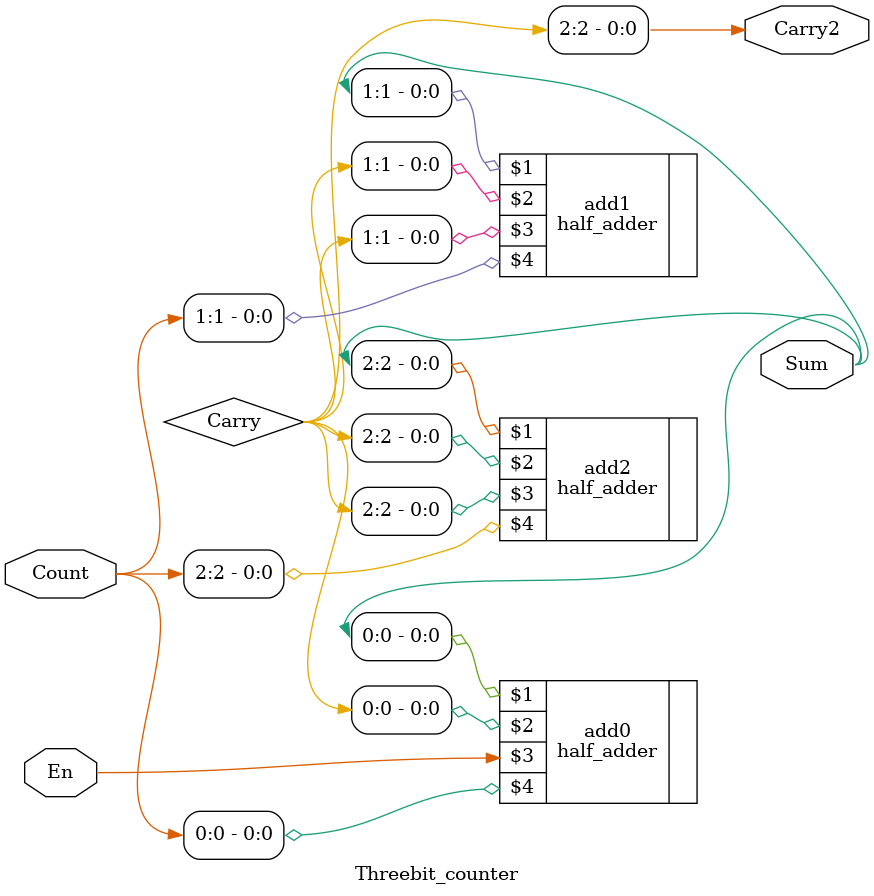
<source format=v>
`timescale 1ns / 1ps
`default_nettype none

module up_counter(Count, Carry2, En, Clk, Rst);

output reg [2:0] Count; // using behavioral so use regs with outputs
output wire Carry2;

// input wire nest
input wire En, Clk, Rst;

wire [2:0] Carry, Sum;
Threebit_counter UC1(Sum,Carry2,Count,En);
// implie always rest
always@(posedge Clk or posedge Rst)
    if(Rst)
        Count <= 0;
    else
        Count <= Sum;
endmodule

module Threebit_counter(Sum, Carry2, Count, En);
// declare variables
input wire En;
input  wire [2:0] Count;
output wire [2:0] Sum;
output wire Carry2;
wire [2:0] Carry;

//module half_adder(S,Cout,A,B);

half_adder add0(Sum[0],Carry[0],En,Count[0]);
half_adder add1(Sum[1],Carry[1],Carry[1],Count[1]);
half_adder add2(Sum[2],Carry[2],Carry[2],Count[2]);

assign Carry2 = Carry[2];

endmodule

</source>
